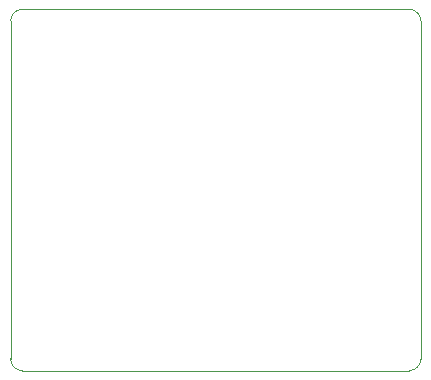
<source format=gbr>
%TF.GenerationSoftware,KiCad,Pcbnew,8.0.3-8.0.3-0~ubuntu23.10.1*%
%TF.CreationDate,2024-10-20T15:16:08-04:00*%
%TF.ProjectId,24Pin,32345069-6e2e-46b6-9963-61645f706362,rev?*%
%TF.SameCoordinates,Original*%
%TF.FileFunction,Profile,NP*%
%FSLAX46Y46*%
G04 Gerber Fmt 4.6, Leading zero omitted, Abs format (unit mm)*
G04 Created by KiCad (PCBNEW 8.0.3-8.0.3-0~ubuntu23.10.1) date 2024-10-20 15:16:08*
%MOMM*%
%LPD*%
G01*
G04 APERTURE LIST*
%TA.AperFunction,Profile*%
%ADD10C,0.050000*%
%TD*%
G04 APERTURE END LIST*
D10*
X142745000Y-105305000D02*
X110010000Y-105305000D01*
X143745000Y-104305000D02*
G75*
G02*
X142745000Y-105305000I-1000000J0D01*
G01*
X110010000Y-74705000D02*
X142745000Y-74705000D01*
X109010000Y-75705000D02*
G75*
G02*
X110010000Y-74705000I1000000J0D01*
G01*
X143745000Y-75705000D02*
X143745000Y-104305000D01*
X109010000Y-104305000D02*
X109010000Y-75705000D01*
X110010000Y-105305000D02*
G75*
G02*
X109010000Y-104305000I0J1000000D01*
G01*
X142745000Y-74705000D02*
G75*
G02*
X143745000Y-75705000I0J-1000000D01*
G01*
M02*

</source>
